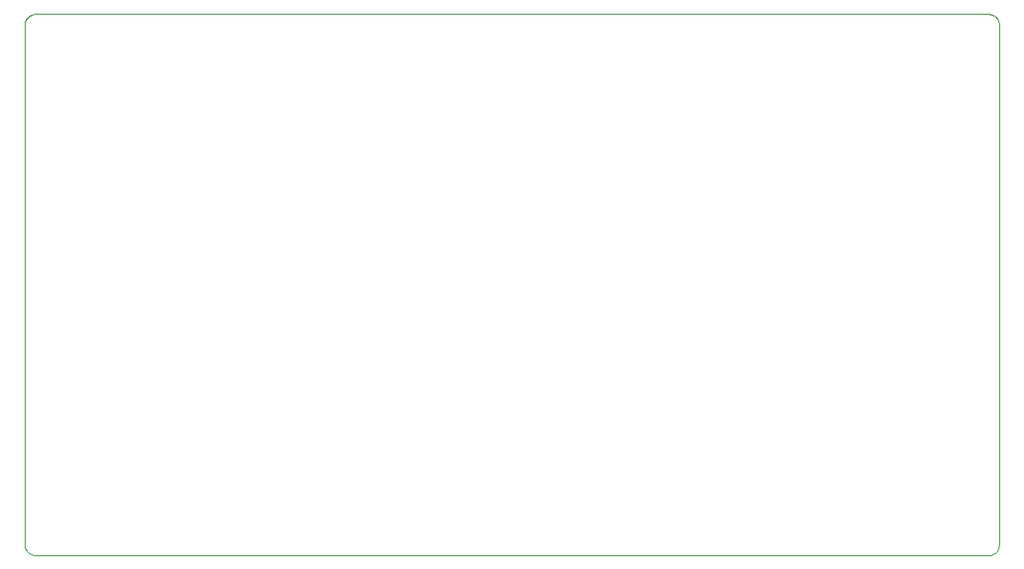
<source format=gko>
G04                                                      *
G04 Greetings!                                           *
G04 This Gerber was generated by PCBmodE, an open source *
G04 PCB design software. Get it here:                    *
G04                                                      *
G04   http://pcbmode.com                                 *
G04                                                      *
G04 Also visit                                           *
G04                                                      *
G04   http://boldport.com                                *
G04                                                      *
G04 and follow @boldport / @pcbmode for updates!         *
G04                                                      *

G04 leading zeros omitted (L); absolute data (A); 6 integer digits and 6 fractional digits *
%FSLAX66Y66*%

G04 mode (MO): millimeters (MM) *
%MOMM*%

G04 Aperture definitions *
%ADD10C,0.001X*%
%ADD11C,0.001X*%
%ADD20C,0.05X*%

%LPD*%
D20*
G01X0000000Y-25000000D02*
G01X0000000Y-1000000D01*
G01X0000000Y-1000000D01*
G01X0002127Y-0934250D01*
G01X0008420Y-0869635D01*
G01X0018748Y-0806288D01*
G01X0032979Y-0744340D01*
G01X0050981Y-0683923D01*
G01X0072622Y-0625168D01*
G01X0097770Y-0568208D01*
G01X0126294Y-0513174D01*
G01X0158062Y-0460199D01*
G01X0192942Y-0409413D01*
G01X0230802Y-0360949D01*
G01X0271512Y-0314937D01*
G01X0314937Y-0271512D01*
G01X0360949Y-0230802D01*
G01X0409413Y-0192942D01*
G01X0460199Y-0158062D01*
G01X0513174Y-0126294D01*
G01X0568208Y-0097770D01*
G01X0625168Y-0072622D01*
G01X0683923Y-0050981D01*
G01X0744340Y-0032979D01*
G01X0806288Y-0018748D01*
G01X0869635Y-0008420D01*
G01X0934250Y-0002127D01*
G01X1000000Y-0000000D01*
G01X1000000Y-0000000D01*
G01X45000000Y-0000000D01*
G01X89000000Y-0000000D01*
G01X89000000Y-0000000D01*
G01X89065750Y-0002127D01*
G01X89130365Y-0008420D01*
G01X89193712Y-0018748D01*
G01X89255660Y-0032979D01*
G01X89316077Y-0050981D01*
G01X89374832Y-0072622D01*
G01X89431792Y-0097770D01*
G01X89486826Y-0126294D01*
G01X89539801Y-0158062D01*
G01X89590587Y-0192942D01*
G01X89639051Y-0230802D01*
G01X89685063Y-0271512D01*
G01X89728488Y-0314937D01*
G01X89769198Y-0360949D01*
G01X89807058Y-0409413D01*
G01X89841938Y-0460199D01*
G01X89873706Y-0513174D01*
G01X89902230Y-0568208D01*
G01X89927378Y-0625168D01*
G01X89949019Y-0683923D01*
G01X89967021Y-0744340D01*
G01X89981252Y-0806288D01*
G01X89991580Y-0869635D01*
G01X89997873Y-0934250D01*
G01X90000000Y-1000000D01*
G01X90000000Y-1000000D01*
G01X90000000Y-25000000D01*
G01X90000000Y-49000000D01*
G01X90000000Y-49000000D01*
G01X89997873Y-49065750D01*
G01X89991580Y-49130365D01*
G01X89981252Y-49193712D01*
G01X89967021Y-49255660D01*
G01X89949019Y-49316077D01*
G01X89927378Y-49374832D01*
G01X89902230Y-49431792D01*
G01X89873706Y-49486826D01*
G01X89841938Y-49539801D01*
G01X89807058Y-49590587D01*
G01X89769198Y-49639051D01*
G01X89728488Y-49685063D01*
G01X89685063Y-49728488D01*
G01X89639051Y-49769198D01*
G01X89590587Y-49807058D01*
G01X89539801Y-49841938D01*
G01X89486826Y-49873706D01*
G01X89431792Y-49902230D01*
G01X89374832Y-49927378D01*
G01X89316077Y-49949019D01*
G01X89255660Y-49967021D01*
G01X89193712Y-49981252D01*
G01X89130365Y-49991580D01*
G01X89065750Y-49997873D01*
G01X89000000Y-50000000D01*
G01X89000000Y-50000000D01*
G01X45000000Y-50000000D01*
G01X1000000Y-50000000D01*
G01X1000000Y-50000000D01*
G01X0934250Y-49997873D01*
G01X0869635Y-49991580D01*
G01X0806288Y-49981252D01*
G01X0744340Y-49967021D01*
G01X0683923Y-49949019D01*
G01X0625168Y-49927378D01*
G01X0568208Y-49902230D01*
G01X0513174Y-49873706D01*
G01X0460199Y-49841938D01*
G01X0409413Y-49807058D01*
G01X0360949Y-49769198D01*
G01X0314937Y-49728488D01*
G01X0271512Y-49685063D01*
G01X0230802Y-49639051D01*
G01X0192942Y-49590587D01*
G01X0158062Y-49539801D01*
G01X0126294Y-49486826D01*
G01X0097770Y-49431792D01*
G01X0072622Y-49374832D01*
G01X0050981Y-49316077D01*
G01X0032979Y-49255660D01*
G01X0018748Y-49193712D01*
G01X0008420Y-49130365D01*
G01X0002127Y-49065750D01*
G01X0000000Y-49000000D01*
G01X0000000Y-49000000D01*
G01X0000000Y-25000000D01*
G04 end of program *
M02*

</source>
